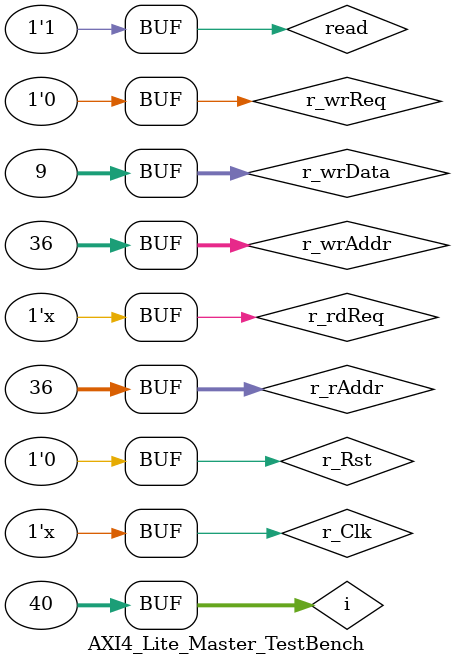
<source format=v>
`timescale 1ns / 1ps

module AXI4_Lite_Master_TestBench();

reg r_wrReq, r_Clk, r_Rst, r_rdReq, read;
reg [31:0] r_wrData, r_wrAddr, r_rAddr;
wire [31:0] o_rData;

TestBlockDesign dut
(
    .i_wrReq(r_wrReq),
    .i_rdReq(r_rdReq),
    .i_wAddr(r_wrAddr),
    .i_wData(r_wrData),
    .i_rAddr(r_rAddr),
    .o_rData(r_rData),
    
    .sys_clock(r_Clk),
    .reset_rtl(r_Rst)
);

integer i;
always #4 r_Clk <= r_Clk ^ 1;

initial begin 
    r_Clk <= 0;
    r_Rst <= 1;
    r_wrAddr <= 0;
    r_wrData <= 0;
    r_wrReq  <= 0;
    r_rAddr  <= 0;
    r_rdReq <= 0;
    read <= 0;
    #5;
    r_Rst <= 0;

    #1000;
    for (i = 0; i < 40; i = i + 4) begin
        r_wrAddr <= i;
        r_wrData <= i/4;
        r_wrReq <= 1;
        #20;
    end
    
    r_wrReq <= 0;
    
    #100
    
    read <= 1;
    for (i = 0; i < 40; i = i + 4) begin
        r_rAddr <= i;
        r_rdReq <= ~r_rdReq;
        #30;
    end
end

endmodule

</source>
